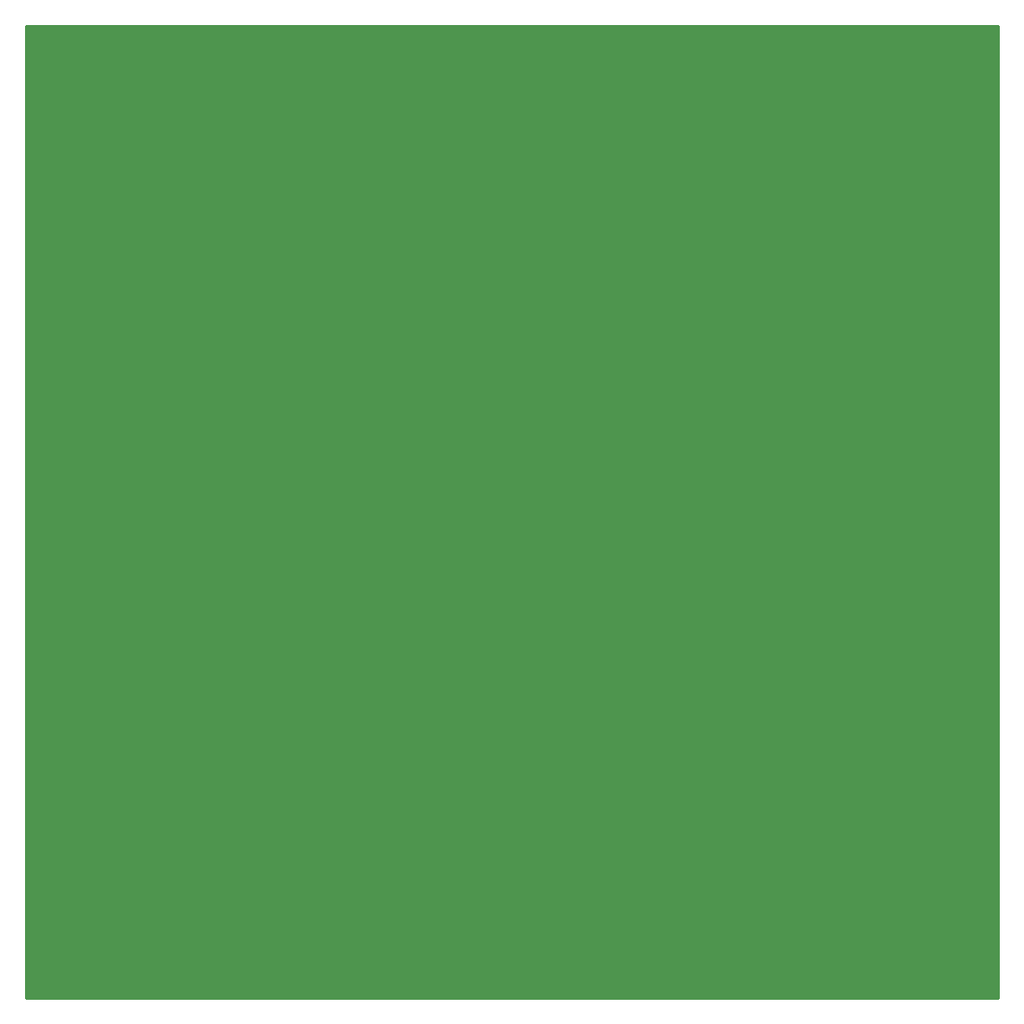
<source format=gbr>
G04 #@! TF.GenerationSoftware,KiCad,Pcbnew,(5.1.6)-1*
G04 #@! TF.CreationDate,2021-01-18T15:00:45+00:00*
G04 #@! TF.ProjectId,scope_user_interface,73636f70-655f-4757-9365-725f696e7465,rev?*
G04 #@! TF.SameCoordinates,Original*
G04 #@! TF.FileFunction,Copper,L1,Top*
G04 #@! TF.FilePolarity,Positive*
%FSLAX46Y46*%
G04 Gerber Fmt 4.6, Leading zero omitted, Abs format (unit mm)*
G04 Created by KiCad (PCBNEW (5.1.6)-1) date 2021-01-18 15:00:45*
%MOMM*%
%LPD*%
G01*
G04 APERTURE LIST*
G04 #@! TA.AperFunction,ViaPad*
%ADD10C,7.600000*%
G04 #@! TD*
G04 #@! TA.AperFunction,ViaPad*
%ADD11C,5.600000*%
G04 #@! TD*
G04 #@! TA.AperFunction,ViaPad*
%ADD12C,7.100000*%
G04 #@! TD*
G04 #@! TA.AperFunction,ViaPad*
%ADD13C,3.100000*%
G04 #@! TD*
G04 #@! TA.AperFunction,Conductor*
%ADD14C,0.254000*%
G04 #@! TD*
G04 APERTURE END LIST*
D10*
X106044000Y-124036000D03*
D11*
X114544000Y-130036000D03*
X114544000Y-178036000D03*
X89544000Y-178036000D03*
X89544000Y-130036000D03*
X117044000Y-105036000D03*
X99044000Y-105036000D03*
X78544000Y-105036000D03*
X60544000Y-105036000D03*
X42544000Y-105036000D03*
X58193077Y-177326468D03*
D10*
X48044000Y-175036000D03*
D11*
X65044000Y-126036000D03*
X65044000Y-140036000D03*
X65044000Y-154036000D03*
X65044000Y-168036000D03*
X31044000Y-154036000D03*
X31044000Y-140036000D03*
X31044000Y-126036000D03*
X31044000Y-168036000D03*
D10*
X56544000Y-120036000D03*
X39544000Y-120036000D03*
X39544000Y-134036000D03*
X56544000Y-134036000D03*
X56544000Y-148036000D03*
X56544000Y-162036000D03*
X39544000Y-148036000D03*
X39544000Y-162036000D03*
X52044000Y-99036000D03*
X70044000Y-99036000D03*
X90544000Y-99036000D03*
X108544000Y-99036000D03*
D12*
X34044000Y-99036000D03*
X81044000Y-124036000D03*
X81044000Y-151036000D03*
X106044000Y-151036000D03*
X106044000Y-172036000D03*
X81044000Y-172036000D03*
D13*
X119544000Y-180536000D03*
X119544000Y-87536000D03*
X26544000Y-87536000D03*
X26544000Y-180536000D03*
D14*
G36*
X122384000Y-183376000D02*
G01*
X23704000Y-183376000D01*
X23704000Y-84696000D01*
X122384001Y-84696000D01*
X122384000Y-183376000D01*
G37*
X122384000Y-183376000D02*
X23704000Y-183376000D01*
X23704000Y-84696000D01*
X122384001Y-84696000D01*
X122384000Y-183376000D01*
M02*

</source>
